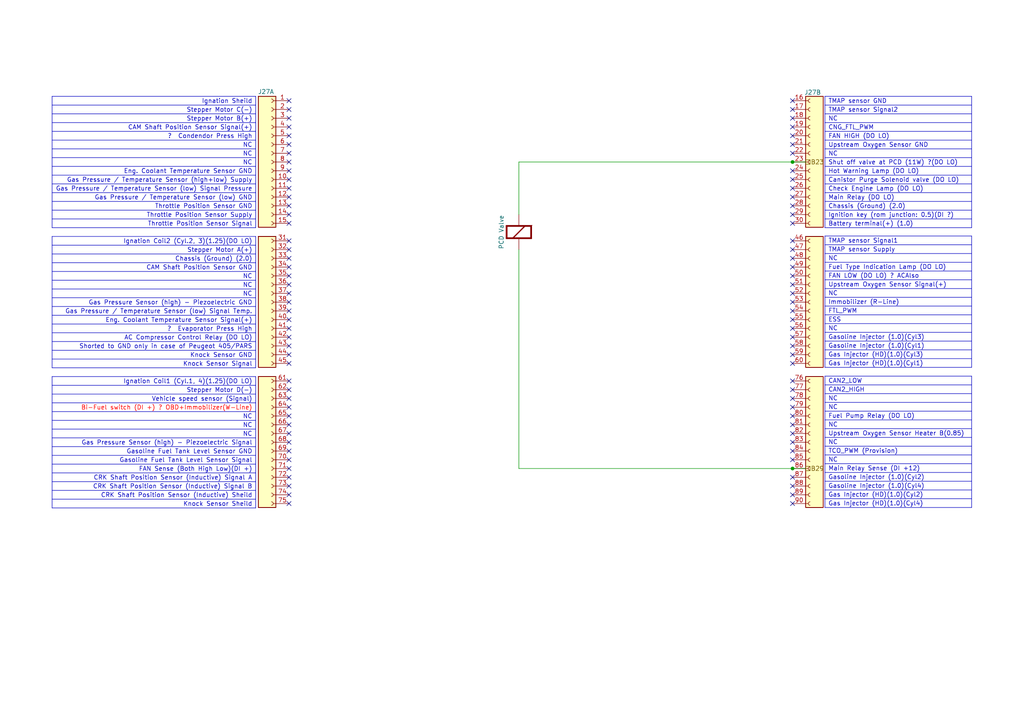
<source format=kicad_sch>
(kicad_sch (version 20250114) (generator "eeschema") (generator_version "9.0")
  (paper "A4")
  (lib_symbols
    (symbol "Conn_01x90_3Row_Socket_1" (pin_names (offset 1.016) (hide yes))
      (property "Reference" "J" (at 1.524 60.833 0))
      (property "Value" "Conn_01x90_3Row_Socket" (at 1.397 -61.214 0))
      (symbol "Conn_01x90_3Row_Socket_1_1_1"
        (pin passive line (at -4.318 58.42 0) (length 3.81) (name "A1") (number "1"))
        (pin passive line (at -4.318 55.88 0) (length 3.81) (name "A2") (number "2"))
        (pin passive line (at -4.318 53.34 0) (length 3.81) (name "A3") (number "3"))
        (pin passive line (at -4.318 50.8 0) (length 3.81) (name "A4") (number "4"))
        (pin passive line (at -4.318 48.26 0) (length 3.81) (name "A5") (number "5"))
        (pin passive line (at -4.318 45.72 0) (length 3.81) (name "A6") (number "6"))
        (pin passive line (at -4.318 43.18 0) (length 3.81) (name "A7") (number "7"))
        (pin passive line (at -4.318 40.64 0) (length 3.81) (name "A8") (number "8"))
        (pin passive line (at -4.318 38.1 0) (length 3.81) (name "A9") (number "9"))
        (pin passive line (at -4.318 35.56 0) (length 3.81) (name "A10") (number "10"))
        (pin passive line (at -4.318 33.02 0) (length 3.81) (name "A11") (number "11"))
        (pin passive line (at -4.318 30.48 0) (length 3.81) (name "A12") (number "12"))
        (pin passive line (at -4.318 27.94 0) (length 3.81) (name "A13") (number "13"))
        (pin passive line (at -4.318 25.4 0) (length 3.81) (name "A14") (number "14"))
        (pin passive line (at -4.318 22.86 0) (length 3.81) (name "A15") (number "15"))
        (pin passive line (at -4.318 17.78 0) (length 3.81) (name "A31") (number "31"))
        (pin passive line (at -4.318 15.24 0) (length 3.81) (name "A32") (number "32"))
        (pin passive line (at -4.318 12.7 0) (length 3.81) (name "A33") (number "33"))
        (pin passive line (at -4.318 10.16 0) (length 3.81) (name "A34") (number "34"))
        (pin passive line (at -4.318 7.62 0) (length 3.81) (name "A35") (number "35"))
        (pin passive line (at -4.318 5.08 0) (length 3.81) (name "A36") (number "36"))
        (pin passive line (at -4.318 2.54 0) (length 3.81) (name "A37") (number "37"))
        (pin passive line (at -4.318 0 0) (length 3.81) (name "A38") (number "38"))
        (pin passive line (at -4.318 -2.54 0) (length 3.81) (name "A39") (number "39"))
        (pin passive line (at -4.318 -5.08 0) (length 3.81) (name "A40") (number "40"))
        (pin passive line (at -4.318 -7.62 0) (length 3.81) (name "A41") (number "41"))
        (pin passive line (at -4.318 -10.16 0) (length 3.81) (name "A42") (number "42"))
        (pin passive line (at -4.318 -12.7 0) (length 3.81) (name "A43") (number "43"))
        (pin passive line (at -4.318 -15.24 0) (length 3.81) (name "A44") (number "44"))
        (pin passive line (at -4.318 -17.78 0) (length 3.81) (name "A45") (number "45"))
        (pin passive line (at -4.318 -22.86 0) (length 3.81) (name "A61") (number "61"))
        (pin passive line (at -4.318 -25.4 0) (length 3.81) (name "A62") (number "62"))
        (pin passive line (at -4.318 -27.94 0) (length 3.81) (name "A63") (number "63"))
        (pin passive line (at -4.318 -30.48 0) (length 3.81) (name "A64") (number "64"))
        (pin passive line (at -4.318 -33.02 0) (length 3.81) (name "A65") (number "65"))
        (pin passive line (at -4.318 -35.56 0) (length 3.81) (name "A66") (number "66"))
        (pin passive line (at -4.318 -38.1 0) (length 3.81) (name "A67") (number "67"))
        (pin passive line (at -4.318 -40.64 0) (length 3.81) (name "A68") (number "68"))
        (pin passive line (at -4.318 -43.18 0) (length 3.81) (name "A69") (number "69"))
        (pin passive line (at -4.318 -45.72 0) (length 3.81) (name "A70") (number "70"))
        (pin passive line (at -4.318 -48.26 0) (length 3.81) (name "A71") (number "71"))
        (pin passive line (at -4.318 -50.8 0) (length 3.81) (name "A72") (number "72"))
        (pin passive line (at -4.318 -53.34 0) (length 3.81) (name "A73") (number "73"))
        (pin passive line (at -4.318 -55.88 0) (length 3.81) (name "A74") (number "74"))
        (pin passive line (at -4.318 -58.42 0) (length 3.81) (name "A75") (number "75"))
      )
      (symbol "Conn_01x90_3Row_Socket_1_2_1"
        (pin passive line (at -4.318 58.42 0) (length 3.81) (name "B16") (number "16"))
        (pin passive line (at -4.318 55.88 0) (length 3.81) (name "B17") (number "17"))
        (pin passive line (at -4.318 53.34 0) (length 3.81) (name "B18") (number "18"))
        (pin passive line (at -4.318 50.8 0) (length 3.81) (name "B19") (number "19"))
        (pin passive line (at -4.318 48.26 0) (length 3.81) (name "B20") (number "20"))
        (pin passive line (at -4.318 45.72 0) (length 3.81) (name "B21") (number "21"))
        (pin passive line (at -4.318 43.18 0) (length 3.81) (name "B22") (number "22"))
        (pin passive line (at -4.318 40.64 0) (length 3.81) (name "B23") (number "23"))
        (pin passive line (at -4.318 38.1 0) (length 3.81) (name "B24") (number "24"))
        (pin passive line (at -4.318 35.56 0) (length 3.81) (name "B25") (number "25"))
        (pin passive line (at -4.318 33.02 0) (length 3.81) (name "B26") (number "26"))
        (pin passive line (at -4.318 30.48 0) (length 3.81) (name "B27") (number "27"))
        (pin passive line (at -4.318 27.94 0) (length 3.81) (name "B28") (number "28"))
        (pin passive line (at -4.318 25.4 0) (length 3.81) (name "B29") (number "29"))
        (pin passive line (at -4.318 22.86 0) (length 3.81) (name "B30") (number "30"))
        (pin passive line (at -4.318 17.78 0) (length 3.81) (name "B46") (number "46"))
        (pin passive line (at -4.318 15.24 0) (length 3.81) (name "B47") (number "47"))
        (pin passive line (at -4.318 12.7 0) (length 3.81) (name "B48") (number "48"))
        (pin passive line (at -4.318 10.16 0) (length 3.81) (name "B49") (number "49"))
        (pin passive line (at -4.318 7.62 0) (length 3.81) (name "B50") (number "50"))
        (pin passive line (at -4.318 5.08 0) (length 3.81) (name "B51") (number "51"))
        (pin passive line (at -4.318 2.54 0) (length 3.81) (name "B52") (number "52"))
        (pin passive line (at -4.318 0 0) (length 3.81) (name "B53") (number "53"))
        (pin passive line (at -4.318 -2.54 0) (length 3.81) (name "B54") (number "54"))
        (pin passive line (at -4.318 -5.08 0) (length 3.81) (name "B55") (number "55"))
        (pin passive line (at -4.318 -7.62 0) (length 3.81) (name "B56") (number "56"))
        (pin passive line (at -4.318 -10.16 0) (length 3.81) (name "B57") (number "57"))
        (pin passive line (at -4.318 -12.7 0) (length 3.81) (name "B58") (number "58"))
        (pin passive line (at -4.318 -15.24 0) (length 3.81) (name "B59") (number "59"))
        (pin passive line (at -4.318 -17.78 0) (length 3.81) (name "B60") (number "60"))
        (pin passive line (at -4.318 -22.86 0) (length 3.81) (name "B76") (number "76"))
        (pin passive line (at -4.318 -25.4 0) (length 3.81) (name "B77") (number "77"))
        (pin passive line (at -4.318 -27.94 0) (length 3.81) (name "B78") (number "78"))
        (pin passive line (at -4.318 -30.48 0) (length 3.81) (name "B79") (number "79"))
        (pin passive line (at -4.318 -33.02 0) (length 3.81) (name "B80") (number "80"))
        (pin passive line (at -4.318 -35.56 0) (length 3.81) (name "B81") (number "81"))
        (pin passive line (at -4.318 -38.1 0) (length 3.81) (name "B82") (number "82"))
        (pin passive line (at -4.318 -40.64 0) (length 3.81) (name "B83") (number "83"))
        (pin passive line (at -4.318 -43.18 0) (length 3.81) (name "B84") (number "84"))
        (pin passive line (at -4.318 -45.72 0) (length 3.81) (name "B85") (number "85"))
        (pin passive line (at -4.318 -48.26 0) (length 3.81) (name "B86") (number "86"))
        (pin passive line (at -4.318 -50.8 0) (length 3.81) (name "B87") (number "87"))
        (pin passive line (at -4.318 -53.34 0) (length 3.81) (name "B88") (number "88"))
        (pin passive line (at -4.318 -55.88 0) (length 3.81) (name "B89") (number "89"))
        (pin passive line (at -4.318 -58.42 0) (length 3.81) (name "B90") (number "90"))
      )
    )
    (symbol "Elektuur_1:Re" (pin_numbers (hide yes)) (pin_names (offset 0) (hide yes))
      (property "Reference" "Re" (at 0.635 3.175 0))
      (property "Value" "Re" (at 0.635 -3.175 0))
      (symbol "Re_1_0"
        (pin passive line (at 0 5.08 270) (length 3.175) (name "+") (number "1"))
        (pin passive line (at 0 -5.08 90) (length 3.175) (name "-") (number "2"))
      )
    )
    (symbol "sicma_socket:Conn_01x90_3Row_Socket" (pin_names (offset 1.016) (hide yes))
      (property "Reference" "J" (at 1.524 60.833 0))
      (property "Value" "Conn_01x90_3Row_Socket" (at 1.397 -61.214 0))
      (symbol "Conn_01x90_3Row_Socket_1_1"
        (pin passive line (at -4.318 58.42 0) (length 3.81) (name "A1") (number "1"))
        (pin passive line (at -4.318 55.88 0) (length 3.81) (name "A2") (number "2"))
        (pin passive line (at -4.318 53.34 0) (length 3.81) (name "A3") (number "3"))
        (pin passive line (at -4.318 50.8 0) (length 3.81) (name "A4") (number "4"))
        (pin passive line (at -4.318 48.26 0) (length 3.81) (name "A5") (number "5"))
        (pin passive line (at -4.318 45.72 0) (length 3.81) (name "A6") (number "6"))
        (pin passive line (at -4.318 43.18 0) (length 3.81) (name "A7") (number "7"))
        (pin passive line (at -4.318 40.64 0) (length 3.81) (name "A8") (number "8"))
        (pin passive line (at -4.318 38.1 0) (length 3.81) (name "A9") (number "9"))
        (pin passive line (at -4.318 35.56 0) (length 3.81) (name "A10") (number "10"))
        (pin passive line (at -4.318 33.02 0) (length 3.81) (name "A11") (number "11"))
        (pin passive line (at -4.318 30.48 0) (length 3.81) (name "A12") (number "12"))
        (pin passive line (at -4.318 27.94 0) (length 3.81) (name "A13") (number "13"))
        (pin passive line (at -4.318 25.4 0) (length 3.81) (name "A14") (number "14"))
        (pin passive line (at -4.318 22.86 0) (length 3.81) (name "A15") (number "15"))
        (pin passive line (at -4.318 17.78 0) (length 3.81) (name "A31") (number "31"))
        (pin passive line (at -4.318 15.24 0) (length 3.81) (name "A32") (number "32"))
        (pin passive line (at -4.318 12.7 0) (length 3.81) (name "A33") (number "33"))
        (pin passive line (at -4.318 10.16 0) (length 3.81) (name "A34") (number "34"))
        (pin passive line (at -4.318 7.62 0) (length 3.81) (name "A35") (number "35"))
        (pin passive line (at -4.318 5.08 0) (length 3.81) (name "A36") (number "36"))
        (pin passive line (at -4.318 2.54 0) (length 3.81) (name "A37") (number "37"))
        (pin passive line (at -4.318 0 0) (length 3.81) (name "A38") (number "38"))
        (pin passive line (at -4.318 -2.54 0) (length 3.81) (name "A39") (number "39"))
        (pin passive line (at -4.318 -5.08 0) (length 3.81) (name "A40") (number "40"))
        (pin passive line (at -4.318 -7.62 0) (length 3.81) (name "A41") (number "41"))
        (pin passive line (at -4.318 -10.16 0) (length 3.81) (name "A42") (number "42"))
        (pin passive line (at -4.318 -12.7 0) (length 3.81) (name "A43") (number "43"))
        (pin passive line (at -4.318 -15.24 0) (length 3.81) (name "A44") (number "44"))
        (pin passive line (at -4.318 -17.78 0) (length 3.81) (name "A45") (number "45"))
        (pin passive line (at -4.318 -22.86 0) (length 3.81) (name "A61") (number "61"))
        (pin passive line (at -4.318 -25.4 0) (length 3.81) (name "A62") (number "62"))
        (pin passive line (at -4.318 -27.94 0) (length 3.81) (name "A63") (number "63"))
        (pin passive line (at -4.318 -30.48 0) (length 3.81) (name "A64") (number "64"))
        (pin passive line (at -4.318 -33.02 0) (length 3.81) (name "A65") (number "65"))
        (pin passive line (at -4.318 -35.56 0) (length 3.81) (name "A66") (number "66"))
        (pin passive line (at -4.318 -38.1 0) (length 3.81) (name "A67") (number "67"))
        (pin passive line (at -4.318 -40.64 0) (length 3.81) (name "A68") (number "68"))
        (pin passive line (at -4.318 -43.18 0) (length 3.81) (name "A69") (number "69"))
        (pin passive line (at -4.318 -45.72 0) (length 3.81) (name "A70") (number "70"))
        (pin passive line (at -4.318 -48.26 0) (length 3.81) (name "A71") (number "71"))
        (pin passive line (at -4.318 -50.8 0) (length 3.81) (name "A72") (number "72"))
        (pin passive line (at -4.318 -53.34 0) (length 3.81) (name "A73") (number "73"))
        (pin passive line (at -4.318 -55.88 0) (length 3.81) (name "A74") (number "74"))
        (pin passive line (at -4.318 -58.42 0) (length 3.81) (name "A75") (number "75"))
      )
      (symbol "Conn_01x90_3Row_Socket_2_1"
        (pin passive line (at -4.318 58.42 0) (length 3.81) (name "B16") (number "16"))
        (pin passive line (at -4.318 55.88 0) (length 3.81) (name "B17") (number "17"))
        (pin passive line (at -4.318 53.34 0) (length 3.81) (name "B18") (number "18"))
        (pin passive line (at -4.318 50.8 0) (length 3.81) (name "B19") (number "19"))
        (pin passive line (at -4.318 48.26 0) (length 3.81) (name "B20") (number "20"))
        (pin passive line (at -4.318 45.72 0) (length 3.81) (name "B21") (number "21"))
        (pin passive line (at -4.318 43.18 0) (length 3.81) (name "B22") (number "22"))
        (pin passive line (at -4.318 40.64 0) (length 3.81) (name "B23") (number "23"))
        (pin passive line (at -4.318 38.1 0) (length 3.81) (name "B24") (number "24"))
        (pin passive line (at -4.318 35.56 0) (length 3.81) (name "B25") (number "25"))
        (pin passive line (at -4.318 33.02 0) (length 3.81) (name "B26") (number "26"))
        (pin passive line (at -4.318 30.48 0) (length 3.81) (name "B27") (number "27"))
        (pin passive line (at -4.318 27.94 0) (length 3.81) (name "B28") (number "28"))
        (pin passive line (at -4.318 25.4 0) (length 3.81) (name "B29") (number "29"))
        (pin passive line (at -4.318 22.86 0) (length 3.81) (name "B30") (number "30"))
        (pin passive line (at -4.318 17.78 0) (length 3.81) (name "B46") (number "46"))
        (pin passive line (at -4.318 15.24 0) (length 3.81) (name "B47") (number "47"))
        (pin passive line (at -4.318 12.7 0) (length 3.81) (name "B48") (number "48"))
        (pin passive line (at -4.318 10.16 0) (length 3.81) (name "B49") (number "49"))
        (pin passive line (at -4.318 7.62 0) (length 3.81) (name "B50") (number "50"))
        (pin passive line (at -4.318 5.08 0) (length 3.81) (name "B51") (number "51"))
        (pin passive line (at -4.318 2.54 0) (length 3.81) (name "B52") (number "52"))
        (pin passive line (at -4.318 0 0) (length 3.81) (name "B53") (number "53"))
        (pin passive line (at -4.318 -2.54 0) (length 3.81) (name "B54") (number "54"))
        (pin passive line (at -4.318 -5.08 0) (length 3.81) (name "B55") (number "55"))
        (pin passive line (at -4.318 -7.62 0) (length 3.81) (name "B56") (number "56"))
        (pin passive line (at -4.318 -10.16 0) (length 3.81) (name "B57") (number "57"))
        (pin passive line (at -4.318 -12.7 0) (length 3.81) (name "B58") (number "58"))
        (pin passive line (at -4.318 -15.24 0) (length 3.81) (name "B59") (number "59"))
        (pin passive line (at -4.318 -17.78 0) (length 3.81) (name "B60") (number "60"))
        (pin passive line (at -4.318 -22.86 0) (length 3.81) (name "B76") (number "76"))
        (pin passive line (at -4.318 -25.4 0) (length 3.81) (name "B77") (number "77"))
        (pin passive line (at -4.318 -27.94 0) (length 3.81) (name "B78") (number "78"))
        (pin passive line (at -4.318 -30.48 0) (length 3.81) (name "B79") (number "79"))
        (pin passive line (at -4.318 -33.02 0) (length 3.81) (name "B80") (number "80"))
        (pin passive line (at -4.318 -35.56 0) (length 3.81) (name "B81") (number "81"))
        (pin passive line (at -4.318 -38.1 0) (length 3.81) (name "B82") (number "82"))
        (pin passive line (at -4.318 -40.64 0) (length 3.81) (name "B83") (number "83"))
        (pin passive line (at -4.318 -43.18 0) (length 3.81) (name "B84") (number "84"))
        (pin passive line (at -4.318 -45.72 0) (length 3.81) (name "B85") (number "85"))
        (pin passive line (at -4.318 -48.26 0) (length 3.81) (name "B86") (number "86"))
        (pin passive line (at -4.318 -50.8 0) (length 3.81) (name "B87") (number "87"))
        (pin passive line (at -4.318 -53.34 0) (length 3.81) (name "B88") (number "88"))
        (pin passive line (at -4.318 -55.88 0) (length 3.81) (name "B89") (number "89"))
        (pin passive line (at -4.318 -58.42 0) (length 3.81) (name "B90") (number "90"))
      )
    )
  )
  (junction (at 229.87 135.89))
  (junction (at 229.87 46.99))
  (no_connect (at 83.82 130.81))
  (no_connect (at 229.87 29.21))
  (no_connect (at 229.87 82.55))
  (no_connect (at 83.82 138.43))
  (no_connect (at 83.82 62.23))
  (no_connect (at 229.87 92.71))
  (no_connect (at 229.87 57.15))
  (no_connect (at 83.82 36.83))
  (no_connect (at 229.87 118.11))
  (no_connect (at 229.87 105.41))
  (no_connect (at 229.87 128.27))
  (no_connect (at 229.87 31.75))
  (no_connect (at 83.82 74.93))
  (no_connect (at 229.87 64.77))
  (no_connect (at 83.82 90.17))
  (no_connect (at 229.87 36.83))
  (no_connect (at 83.82 95.25))
  (no_connect (at 83.82 125.73))
  (no_connect (at 83.82 34.29))
  (no_connect (at 83.82 97.79))
  (no_connect (at 229.87 90.17))
  (no_connect (at 229.87 85.09))
  (no_connect (at 229.87 34.29))
  (no_connect (at 229.87 80.01))
  (no_connect (at 83.82 87.63))
  (no_connect (at 229.87 120.65))
  (no_connect (at 83.82 31.75))
  (no_connect (at 83.82 52.07))
  (no_connect (at 83.82 92.71))
  (no_connect (at 83.82 44.45))
  (no_connect (at 229.87 113.03))
  (no_connect (at 229.87 138.43))
  (no_connect (at 229.87 39.37))
  (no_connect (at 83.82 39.37))
  (no_connect (at 83.82 118.11))
  (no_connect (at 83.82 115.57))
  (no_connect (at 229.87 146.05))
  (no_connect (at 229.87 143.51))
  (no_connect (at 83.82 100.33))
  (no_connect (at 83.82 29.21))
  (no_connect (at 83.82 105.41))
  (no_connect (at 83.82 123.19))
  (no_connect (at 83.82 120.65))
  (no_connect (at 83.82 140.97))
  (no_connect (at 83.82 54.61))
  (no_connect (at 83.82 85.09))
  (no_connect (at 229.87 41.91))
  (no_connect (at 229.87 102.87))
  (no_connect (at 83.82 69.85))
  (no_connect (at 229.87 74.93))
  (no_connect (at 229.87 130.81))
  (no_connect (at 229.87 140.97))
  (no_connect (at 229.87 97.79))
  (no_connect (at 83.82 77.47))
  (no_connect (at 229.87 87.63))
  (no_connect (at 229.87 49.53))
  (no_connect (at 229.87 95.25))
  (no_connect (at 83.82 82.55))
  (no_connect (at 83.82 143.51))
  (no_connect (at 229.87 54.61))
  (no_connect (at 83.82 64.77))
  (no_connect (at 229.87 44.45))
  (no_connect (at 229.87 69.85))
  (no_connect (at 83.82 135.89))
  (no_connect (at 83.82 46.99))
  (no_connect (at 83.82 110.49))
  (no_connect (at 83.82 59.69))
  (no_connect (at 229.87 125.73))
  (no_connect (at 229.87 133.35))
  (no_connect (at 229.87 62.23))
  (no_connect (at 83.82 128.27))
  (no_connect (at 229.87 123.19))
  (no_connect (at 83.82 72.39))
  (no_connect (at 229.87 52.07))
  (no_connect (at 229.87 115.57))
  (no_connect (at 83.82 57.15))
  (no_connect (at 229.87 77.47))
  (no_connect (at 83.82 102.87))
  (no_connect (at 83.82 133.35))
  (no_connect (at 229.87 110.49))
  (no_connect (at 83.82 41.91))
  (no_connect (at 229.87 100.33))
  (no_connect (at 83.82 146.05))
  (no_connect (at 83.82 113.03))
  (no_connect (at 229.87 59.69))
  (no_connect (at 83.82 80.01))
  (no_connect (at 83.82 49.53))
  (no_connect (at 229.87 72.39))
  (wire (pts (xy 229.87 46.99) (xy 150.495 46.99)))
  (wire (pts (xy 150.495 72.39) (xy 150.495 135.89)))
  (wire (pts (xy 233.68 46.99) (xy 229.87 46.99)))
  (wire (pts (xy 150.495 46.99) (xy 150.495 62.23)))
  (wire (pts (xy 150.495 135.89) (xy 229.87 135.89)))
  (wire (pts (xy 229.87 135.89) (xy 233.68 135.89)))
  (table (column_count 1) (border (external yes) (header yes)) (separators (rows yes) (cols yes)) (column_widths 42.545) (row_heights 2.54 2.54 2.54 2.54 2.54 2.54 2.54 2.54 2.54 2.54 2.54 2.54 2.54 2.54 2.54) (cells (table_cell "CAN2_LOW" (at 239.268 109.093 0) (size 42.545 2.54) (margins 0.9525 0.9525 0.9525 0.9525) (span 1 1)) (table_cell "CAN2_HIGH" (at 239.268 111.633 0) (size 42.545 2.54) (margins 0.9525 0.9525 0.9525 0.9525) (span 1 1)) (table_cell "NC" (at 239.268 114.173 0) (size 42.545 2.54) (margins 0.9525 0.9525 0.9525 0.9525) (span 1 1)) (table_cell "NC" (at 239.268 116.713 0) (size 42.545 2.54) (margins 0.9525 0.9525 0.9525 0.9525) (span 1 1)) (table_cell "Fuel Pump Relay (DO LO)" (at 239.268 119.253 0) (size 42.545 2.54) (margins 0.9525 0.9525 0.9525 0.9525) (span 1 1)) (table_cell "NC" (at 239.268 121.793 0) (size 42.545 2.54) (margins 0.9525 0.9525 0.9525 0.9525) (span 1 1)) (table_cell "Upstream Oxygen Sensor Heater B(0.85)" (at 239.268 124.333 0) (size 42.545 2.54) (margins 0.9525 0.9525 0.9525 0.9525) (span 1 1)) (table_cell "NC" (at 239.268 126.873 0) (size 42.545 2.54) (margins 0.9525 0.9525 0.9525 0.9525) (span 1 1)) (table_cell "TCO_PWM (Provision)" (at 239.268 129.413 0) (size 42.545 2.54) (margins 0.9525 0.9525 0.9525 0.9525) (span 1 1)) (table_cell "NC" (at 239.268 131.953 0) (size 42.545 2.54) (margins 0.9525 0.9525 0.9525 0.9525) (span 1 1)) (table_cell "Main Relay Sense (DI +12)" (at 239.268 134.493 0) (size 42.545 2.54) (margins 0.9525 0.9525 0.9525 0.9525) (span 1 1)) (table_cell "Gasoline Injector (1.0)(Cyl2)" (at 239.268 137.033 0) (size 42.545 2.54) (margins 0.9525 0.9525 0.9525 0.9525) (span 1 1)) (table_cell "Gasoline Injector (1.0)(Cyl4)" (at 239.268 139.573 0) (size 42.545 2.54) (margins 0.9525 0.9525 0.9525 0.9525) (span 1 1)) (table_cell "Gas Injector (HD)(1.0)(Cyl2)" (at 239.268 142.113 0) (size 42.545 2.54) (margins 0.9525 0.9525 0.9525 0.9525) (span 1 1)) (table_cell "Gas Injector (HD)(1.0)(Cyl4)" (at 239.268 144.653 0) (size 42.545 2.54) (margins 0.9525 0.9525 0.9525 0.9525) (span 1 1))))
  (table (column_count 1) (border (external yes) (header no)) (separators (rows yes) (cols no)) (column_widths 59.055) (row_heights 2.54 2.54 2.54 2.54 2.54 2.54 2.54 2.54 2.54 2.54 2.54 2.54 2.54 2.54 2.54) (cells (table_cell "Ignation Sheild" (at 15.113 27.94 0) (size 59.055 2.54) (margins 0.9525 0.9525 0.9525 0.9525) (span 1 1)) (table_cell "Stepper Motor C(-)" (at 15.113 30.48 0) (size 59.055 2.54) (margins 0.9525 0.9525 0.9525 0.9525) (span 1 1)) (table_cell "Stepper Motor B(+)" (at 15.113 33.02 0) (size 59.055 2.54) (margins 0.9525 0.9525 0.9525 0.9525) (span 1 1)) (table_cell "CAM Shaft Position Sensor Signal(+)" (at 15.113 35.56 0) (size 59.055 2.54) (margins 0.9525 0.9525 0.9525 0.9525) (span 1 1)) (table_cell "?  Condendor Press High" (at 15.113 38.1 0) (size 59.055 2.54) (margins 0.9525 0.9525 0.9525 0.9525) (span 1 1)) (table_cell "NC" (at 15.113 40.64 0) (size 59.055 2.54) (margins 0.9525 0.9525 0.9525 0.9525) (span 1 1)) (table_cell "NC" (at 15.113 43.18 0) (size 59.055 2.54) (margins 0.9525 0.9525 0.9525 0.9525) (span 1 1)) (table_cell "NC" (at 15.113 45.72 0) (size 59.055 2.54) (margins 0.9525 0.9525 0.9525 0.9525) (span 1 1)) (table_cell "Eng. Coolant Temperature Sensor GND" (at 15.113 48.26 0) (size 59.055 2.54) (margins 0.9525 0.9525 0.9525 0.9525) (span 1 1)) (table_cell "Gas Pressure / Temperature Sensor (high+low) Supply" (at 15.113 50.8 0) (size 59.055 2.54) (margins 0.9525 0.9525 0.9525 0.9525) (span 1 1)) (table_cell "Gas Pressure / Temperature Sensor (low) Signal Pressure" (at 15.113 53.34 0) (size 59.055 2.54) (margins 0.9525 0.9525 0.9525 0.9525) (span 1 1)) (table_cell "Gas Pressure / Temperature Sensor (low) GND" (at 15.113 55.88 0) (size 59.055 2.54) (margins 0.9525 0.9525 0.9525 0.9525) (span 1 1)) (table_cell "Throttle Position Sensor GND" (at 15.113 58.42 0) (size 59.055 2.54) (margins 0.9525 0.9525 0.9525 0.9525) (span 1 1)) (table_cell "Throttle Position Sensor Supply" (at 15.113 60.96 0) (size 59.055 2.54) (margins 0.9525 0.9525 0.9525 0.9525) (span 1 1)) (table_cell "Throttle Position Sensor Signal" (at 15.113 63.5 0) (size 59.055 2.54) (margins 0.9525 0.9525 0.9525 0.9525) (span 1 1))))
  (table (column_count 1) (border (external yes) (header yes)) (separators (rows yes) (cols yes)) (column_widths 42.545) (row_heights 2.54 2.54 2.54 2.54 2.54 2.54 2.54 2.54 2.54 2.54 2.54 2.54 2.54 2.54 2.54) (cells (table_cell "TMAP sensor Signal1" (at 239.268 68.453 0) (size 42.545 2.54) (margins 0.9525 0.9525 0.9525 0.9525) (span 1 1)) (table_cell "TMAP sensor Supply" (at 239.268 70.993 0) (size 42.545 2.54) (margins 0.9525 0.9525 0.9525 0.9525) (span 1 1)) (table_cell "NC" (at 239.268 73.533 0) (size 42.545 2.54) (margins 0.9525 0.9525 0.9525 0.9525) (span 1 1)) (table_cell "Fuel Type Indication Lamp (DO LO)" (at 239.268 76.073 0) (size 42.545 2.54) (margins 0.9525 0.9525 0.9525 0.9525) (span 1 1)) (table_cell "FAN LOW (DO LO) ? ACAlso" (at 239.268 78.613 0) (size 42.545 2.54) (margins 0.9525 0.9525 0.9525 0.9525) (span 1 1)) (table_cell "Upstream Oxygen Sensor Signal(+)" (at 239.268 81.153 0) (size 42.545 2.54) (margins 0.9525 0.9525 0.9525 0.9525) (span 1 1)) (table_cell "NC" (at 239.268 83.693 0) (size 42.545 2.54) (margins 0.9525 0.9525 0.9525 0.9525) (span 1 1)) (table_cell "Immobilizer (R-Line)" (at 239.268 86.233 0) (size 42.545 2.54) (margins 0.9525 0.9525 0.9525 0.9525) (span 1 1)) (table_cell "FTL_PWM" (at 239.268 88.773 0) (size 42.545 2.54) (margins 0.9525 0.9525 0.9525 0.9525) (span 1 1)) (table_cell "ESS" (at 239.268 91.313 0) (size 42.545 2.54) (margins 0.9525 0.9525 0.9525 0.9525) (span 1 1)) (table_cell "NC" (at 239.268 93.853 0) (size 42.545 2.54) (margins 0.9525 0.9525 0.9525 0.9525) (span 1 1)) (table_cell "Gasoline Injector (1.0)(Cyl3)" (at 239.268 96.393 0) (size 42.545 2.54) (margins 0.9525 0.9525 0.9525 0.9525) (span 1 1)) (table_cell "Gasoline Injector (1.0)(Cyl1)" (at 239.268 98.933 0) (size 42.545 2.54) (margins 0.9525 0.9525 0.9525 0.9525) (span 1 1)) (table_cell "Gas Injector (HD)(1.0)(Cyl3)" (at 239.268 101.473 0) (size 42.545 2.54) (margins 0.9525 0.9525 0.9525 0.9525) (span 1 1)) (table_cell "Gas Injector (HD)(1.0)(Cyl1)" (at 239.268 104.013 0) (size 42.545 2.54) (margins 0.9525 0.9525 0.9525 0.9525) (span 1 1))))
  (table (column_count 1) (border (external yes) (header yes)) (separators (rows yes) (cols yes)) (column_widths 59.055) (row_heights 2.54 2.54 2.54 2.54 2.54 2.54 2.54 2.54 2.54 2.54 2.54 2.54 2.54 2.54 2.54) (cells (table_cell "Ignation Coil2 (Cyl.2, 3)(1.25)(DO LO)" (at 15.113 68.58 0) (size 59.055 2.54) (margins 0.9525 0.9525 0.9525 0.9525) (span 1 1)) (table_cell "Stepper Motor A(+)" (at 15.113 71.12 0) (size 59.055 2.54) (margins 0.9525 0.9525 0.9525 0.9525) (span 1 1)) (table_cell "Chassis (Ground) (2.0)" (at 15.113 73.66 0) (size 59.055 2.54) (margins 0.9525 0.9525 0.9525 0.9525) (span 1 1)) (table_cell "CAM Shaft Position Sensor GND" (at 15.113 76.2 0) (size 59.055 2.54) (margins 0.9525 0.9525 0.9525 0.9525) (span 1 1)) (table_cell "NC" (at 15.113 78.74 0) (size 59.055 2.54) (margins 0.9525 0.9525 0.9525 0.9525) (span 1 1)) (table_cell "NC" (at 15.113 81.28 0) (size 59.055 2.54) (margins 0.9525 0.9525 0.9525 0.9525) (span 1 1)) (table_cell "NC" (at 15.113 83.82 0) (size 59.055 2.54) (margins 0.9525 0.9525 0.9525 0.9525) (span 1 1)) (table_cell "Gas Pressure Sensor (high) - Piezoelectric GND" (at 15.113 86.36 0) (size 59.055 2.54) (margins 0.9525 0.9525 0.9525 0.9525) (span 1 1)) (table_cell "Gas Pressure / Temperature Sensor (low) Signal Temp." (at 15.113 88.9 0) (size 59.055 2.54) (margins 0.9525 0.9525 0.9525 0.9525) (span 1 1)) (table_cell "Eng. Coolant Temperature Sensor Signal(+)" (at 15.113 91.44 0) (size 59.055 2.54) (margins 0.9525 0.9525 0.9525 0.9525) (span 1 1)) (table_cell "?  Evaporator Press High" (at 15.113 93.98 0) (size 59.055 2.54) (margins 0.9525 0.9525 0.9525 0.9525) (span 1 1)) (table_cell "AC Compressor Control Relay (DO LO)" (at 15.113 96.52 0) (size 59.055 2.54) (margins 0.9525 0.9525 0.9525 0.9525) (span 1 1)) (table_cell "Shorted to GND only in case of Peugeot 405/PARS" (at 15.113 99.06 0) (size 59.055 2.54) (margins 0.9525 0.9525 0.9525 0.9525) (span 1 1)) (table_cell "Knock Sensor GND" (at 15.113 101.6 0) (size 59.055 2.54) (margins 0.9525 0.9525 0.9525 0.9525) (span 1 1)) (table_cell "Knock Sensor Signal" (at 15.113 104.14 0) (size 59.055 2.54) (margins 0.9525 0.9525 0.9525 0.9525) (span 1 1))))
  (table (column_count 1) (border (external yes) (header yes)) (separators (rows yes) (cols yes)) (column_widths 59.055) (row_heights 2.54 2.54 2.54 2.54 2.54 2.54 2.54 2.54 2.54 2.54 2.54 2.54 2.54 2.54 2.54) (cells (table_cell "Ignation Coil1 (Cyl.1, 4)(1.25)(DO LO)" (at 15.113 109.22 0) (size 59.055 2.54) (margins 0.9525 0.9525 0.9525 0.9525) (span 1 1)) (table_cell "Stepper Motor D(-)" (at 15.113 111.76 0) (size 59.055 2.54) (margins 0.9525 0.9525 0.9525 0.9525) (span 1 1)) (table_cell "Vehicle speed sensor (Signal)" (at 15.113 114.3 0) (size 59.055 2.54) (margins 0.9525 0.9525 0.9525 0.9525) (span 1 1)) (table_cell "Bi-Fuel switch (DI +) ? OBD+Immobilizer(W-Line)" (at 15.113 116.84 0) (size 59.055 2.54) (margins 0.9525 0.9525 0.9525 0.9525) (span 1 1)) (table_cell "NC" (at 15.113 119.38 0) (size 59.055 2.54) (margins 0.9525 0.9525 0.9525 0.9525) (span 1 1)) (table_cell "NC" (at 15.113 121.92 0) (size 59.055 2.54) (margins 0.9525 0.9525 0.9525 0.9525) (span 1 1)) (table_cell "NC" (at 15.113 124.46 0) (size 59.055 2.54) (margins 0.9525 0.9525 0.9525 0.9525) (span 1 1)) (table_cell "Gas Pressure Sensor (high) - Piezoelectric Signal" (at 15.113 127 0) (size 59.055 2.54) (margins 0.9525 0.9525 0.9525 0.9525) (span 1 1)) (table_cell "Gasoline Fuel Tank Level Sensor GND" (at 15.113 129.54 0) (size 59.055 2.54) (margins 0.9525 0.9525 0.9525 0.9525) (span 1 1)) (table_cell "Gasoline Fuel Tank Level Sensor Signal" (at 15.113 132.08 0) (size 59.055 2.54) (margins 0.9525 0.9525 0.9525 0.9525) (span 1 1)) (table_cell "FAN Sense (Both High Low)(DI +)" (at 15.113 134.62 0) (size 59.055 2.54) (margins 0.9525 0.9525 0.9525 0.9525) (span 1 1)) (table_cell "CRK Shaft Position Sensor (Inductive) Signal A" (at 15.113 137.16 0) (size 59.055 2.54) (margins 0.9525 0.9525 0.9525 0.9525) (span 1 1)) (table_cell "CRK Shaft Position Sensor (Inductive) Signal B" (at 15.113 139.7 0) (size 59.055 2.54) (margins 0.9525 0.9525 0.9525 0.9525) (span 1 1)) (table_cell "CRK Shaft Position Sensor (Inductive) Sheild" (at 15.113 142.24 0) (size 59.055 2.54) (margins 0.9525 0.9525 0.9525 0.9525) (span 1 1)) (table_cell "Knock Sensor Sheild" (at 15.113 144.78 0) (size 59.055 2.54) (margins 0.9525 0.9525 0.9525 0.9525) (span 1 1))))
  (table (column_count 1) (border (external yes) (header yes)) (separators (rows yes) (cols yes)) (column_widths 42.545) (row_heights 2.54 2.54 2.54 2.54 2.54 2.54 2.54 2.54 2.54 2.54 2.54 2.54 2.54 2.54 2.54) (cells (table_cell "TMAP sensor GND" (at 239.268 27.94 0) (size 42.545 2.54) (margins 0.9525 0.9525 0.9525 0.9525) (span 1 1)) (table_cell "TMAP sensor Signal2" (at 239.268 30.48 0) (size 42.545 2.54) (margins 0.9525 0.9525 0.9525 0.9525) (span 1 1)) (table_cell "NC" (at 239.268 33.02 0) (size 42.545 2.54) (margins 0.9525 0.9525 0.9525 0.9525) (span 1 1)) (table_cell "CNG_FTL_PWM" (at 239.268 35.56 0) (size 42.545 2.54) (margins 0.9525 0.9525 0.9525 0.9525) (span 1 1)) (table_cell "FAN HIGH (DO LO)" (at 239.268 38.1 0) (size 42.545 2.54) (margins 0.9525 0.9525 0.9525 0.9525) (span 1 1)) (table_cell "Upstream Oxygen Sensor GND" (at 239.268 40.64 0) (size 42.545 2.54) (margins 0.9525 0.9525 0.9525 0.9525) (span 1 1)) (table_cell "NC" (at 239.268 43.18 0) (size 42.545 2.54) (margins 0.9525 0.9525 0.9525 0.9525) (span 1 1)) (table_cell "Shut off valve at PCD (11W) ?(DO LO)" (at 239.268 45.72 0) (size 42.545 2.54) (margins 0.9525 0.9525 0.9525 0.9525) (span 1 1)) (table_cell "Hot Warning Lamp (DO LO)" (at 239.268 48.26 0) (size 42.545 2.54) (margins 0.9525 0.9525 0.9525 0.9525) (span 1 1)) (table_cell "Canistor Purge Solenoid valve (DO LO)" (at 239.268 50.8 0) (size 42.545 2.54) (margins 0.9525 0.9525 0.9525 0.9525) (span 1 1)) (table_cell "Check Engine Lamp (DO LO)" (at 239.268 53.34 0) (size 42.545 2.54) (margins 0.9525 0.9525 0.9525 0.9525) (span 1 1)) (table_cell "Main Relay (DO LO)" (at 239.268 55.88 0) (size 42.545 2.54) (margins 0.9525 0.9525 0.9525 0.9525) (span 1 1)) (table_cell "Chassis (Ground) (2.0)" (at 239.268 58.42 0) (size 42.545 2.54) (margins 0.9525 0.9525 0.9525 0.9525) (span 1 1)) (table_cell "Ignition key (rom junction: 0.5)(DI ?)" (at 239.268 60.96 0) (size 42.545 2.54) (margins 0.9525 0.9525 0.9525 0.9525) (span 1 1)) (table_cell "Battery terminal(+) (1.0)" (at 239.268 63.5 0) (size 42.545 2.54) (margins 0.9525 0.9525 0.9525 0.9525) (span 1 1))))
  (hierarchical_label "B23" (shape passive) (at 233.68 46.99 0))
  (hierarchical_label "B29" (shape passive) (at 233.68 135.89 0))
  (symbol (lib_id "sicma_socket:Conn_01x90_3Row_Socket") (at 79.502 87.63 0) (mirror y) (unit 1)
    (property "Reference" "J27" (at 79.502 26.6064 0) (effects (justify left)))
    (property "Value" "Conn_01x90_3Row_Socket" (effects (hide yes)))
    (property "Description" "\"Duble connector, triple row, 03x30, unit letter first pin numbering scheme (pin number form 1 to 90\"" (effects (hide yes)))
  )
  (symbol (lib_id "Elektuur_1:Re") (at 150.495 67.31 180) (unit 1) (in_bom no) (on_board no)
    (property "Reference" "Re11" (effects (hide yes)))
    (property "Value" "PCD Valve" (at 145.415 67.3101 90))
    (property "Description" "operating/relay device/coil; electromagnetic actuator (solenoid)" (effects (hide yes)))
    (property "Sim.Pins" "1=1 2=2" (effects (hide yes)))
    (property "Sim.Device" "SPICE" (effects (hide yes)))
    (property "Sim.Params" "X" (effects (hide yes)))
    (property "Indicator" "+" (effects (hide yes)))
    (property "Rating" "V/Ω" (effects (hide yes)))
  )
  (symbol (lib_name "Conn_01x90_3Row_Socket_1") (lib_id "sicma_socket:Conn_01x90_3Row_Socket") (at 234.188 87.63 0) (unit 2)
    (property "Reference" "J27" (at 235.712 26.797 0))
    (property "Value" "Conn_01x90_3Row_Socket" (effects (hide yes)))
    (property "Description" "\"Duble connector, triple row, 03x30, unit letter first pin numbering scheme (pin number form 1 to 90\"" (effects (hide yes)))
  )
)
</source>
